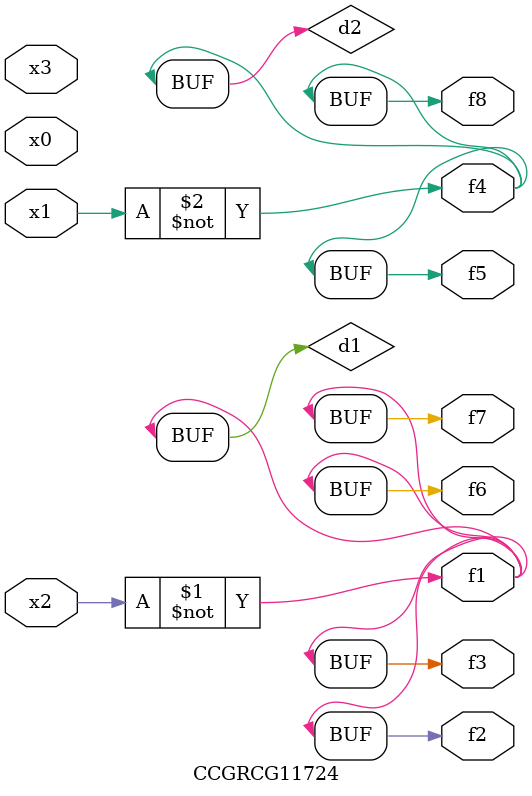
<source format=v>
module CCGRCG11724(
	input x0, x1, x2, x3,
	output f1, f2, f3, f4, f5, f6, f7, f8
);

	wire d1, d2;

	xnor (d1, x2);
	not (d2, x1);
	assign f1 = d1;
	assign f2 = d1;
	assign f3 = d1;
	assign f4 = d2;
	assign f5 = d2;
	assign f6 = d1;
	assign f7 = d1;
	assign f8 = d2;
endmodule

</source>
